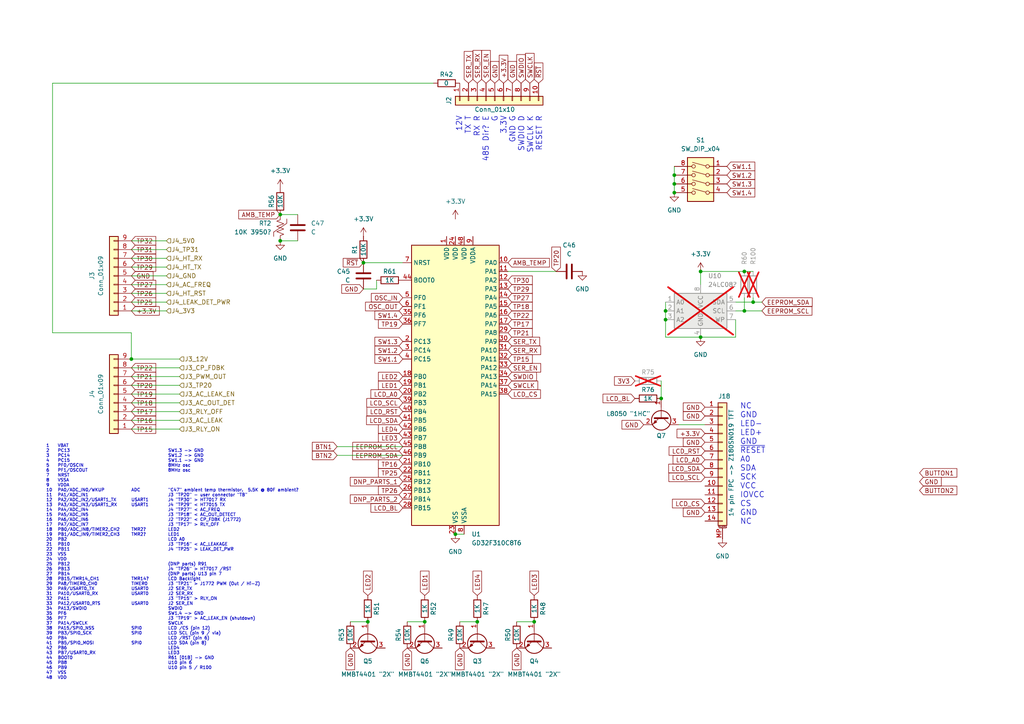
<source format=kicad_sch>
(kicad_sch (version 20250114) (generator "eeschema") (generator_version "9.0")
  (paper "A4")
  (lib_symbols
    (symbol "Connector_Generic:Conn_01x09" (pin_names (offset 1.016) (hide yes))
      (property "Reference" "J" (at 0 12.7 0))
      (property "Value" "Conn_01x09" (at 0 -12.7 0))
      (symbol "Conn_01x09_1_1"
        (rectangle (start -1.27 11.43) (end 1.27 -11.43) (stroke (width 0.254)) (fill (type background)))
        (rectangle (start -1.27 10.287) (end 0 10.033) (stroke (width 0.1524)))
        (rectangle (start -1.27 7.747) (end 0 7.493) (stroke (width 0.1524)))
        (rectangle (start -1.27 5.207) (end 0 4.953) (stroke (width 0.1524)))
        (rectangle (start -1.27 2.667) (end 0 2.413) (stroke (width 0.1524)))
        (rectangle (start -1.27 0.127) (end 0 -0.127) (stroke (width 0.1524)))
        (rectangle (start -1.27 -2.413) (end 0 -2.667) (stroke (width 0.1524)))
        (rectangle (start -1.27 -4.953) (end 0 -5.207) (stroke (width 0.1524)))
        (rectangle (start -1.27 -7.493) (end 0 -7.747) (stroke (width 0.1524)))
        (rectangle (start -1.27 -10.033) (end 0 -10.287) (stroke (width 0.1524)))
        (pin passive line (at -5.08 10.16 0) (length 3.81) (name "Pin_1") (number "1"))
        (pin passive line (at -5.08 7.62 0) (length 3.81) (name "Pin_2") (number "2"))
        (pin passive line (at -5.08 5.08 0) (length 3.81) (name "Pin_3") (number "3"))
        (pin passive line (at -5.08 2.54 0) (length 3.81) (name "Pin_4") (number "4"))
        (pin passive line (at -5.08 0 0) (length 3.81) (name "Pin_5") (number "5"))
        (pin passive line (at -5.08 -2.54 0) (length 3.81) (name "Pin_6") (number "6"))
        (pin passive line (at -5.08 -5.08 0) (length 3.81) (name "Pin_7") (number "7"))
        (pin passive line (at -5.08 -7.62 0) (length 3.81) (name "Pin_8") (number "8"))
        (pin passive line (at -5.08 -10.16 0) (length 3.81) (name "Pin_9") (number "9"))
      )
    )
    (symbol "Connector_Generic:Conn_01x10" (pin_names (offset 1.016) (hide yes))
      (property "Reference" "J" (at 0 12.7 0))
      (property "Value" "Conn_01x10" (at 0 -15.24 0))
      (symbol "Conn_01x10_1_1"
        (rectangle (start -1.27 11.43) (end 1.27 -13.97) (stroke (width 0.254)) (fill (type background)))
        (rectangle (start -1.27 10.287) (end 0 10.033) (stroke (width 0.1524)))
        (rectangle (start -1.27 7.747) (end 0 7.493) (stroke (width 0.1524)))
        (rectangle (start -1.27 5.207) (end 0 4.953) (stroke (width 0.1524)))
        (rectangle (start -1.27 2.667) (end 0 2.413) (stroke (width 0.1524)))
        (rectangle (start -1.27 0.127) (end 0 -0.127) (stroke (width 0.1524)))
        (rectangle (start -1.27 -2.413) (end 0 -2.667) (stroke (width 0.1524)))
        (rectangle (start -1.27 -4.953) (end 0 -5.207) (stroke (width 0.1524)))
        (rectangle (start -1.27 -7.493) (end 0 -7.747) (stroke (width 0.1524)))
        (rectangle (start -1.27 -10.033) (end 0 -10.287) (stroke (width 0.1524)))
        (rectangle (start -1.27 -12.573) (end 0 -12.827) (stroke (width 0.1524)))
        (pin passive line (at -5.08 10.16 0) (length 3.81) (name "Pin_1") (number "1"))
        (pin passive line (at -5.08 7.62 0) (length 3.81) (name "Pin_2") (number "2"))
        (pin passive line (at -5.08 5.08 0) (length 3.81) (name "Pin_3") (number "3"))
        (pin passive line (at -5.08 2.54 0) (length 3.81) (name "Pin_4") (number "4"))
        (pin passive line (at -5.08 0 0) (length 3.81) (name "Pin_5") (number "5"))
        (pin passive line (at -5.08 -2.54 0) (length 3.81) (name "Pin_6") (number "6"))
        (pin passive line (at -5.08 -5.08 0) (length 3.81) (name "Pin_7") (number "7"))
        (pin passive line (at -5.08 -7.62 0) (length 3.81) (name "Pin_8") (number "8"))
        (pin passive line (at -5.08 -10.16 0) (length 3.81) (name "Pin_9") (number "9"))
        (pin passive line (at -5.08 -12.7 0) (length 3.81) (name "Pin_10") (number "10"))
      )
    )
    (symbol "Connector_Generic_MountingPin:Conn_01x14_MountingPin" (pin_names (offset 1.016) (hide yes))
      (property "Reference" "J" (at 0 17.78 0))
      (property "Value" "Conn_01x14_MountingPin" (at 1.27 -20.32 0))
      (symbol "Conn_01x14_MountingPin_1_1"
        (rectangle (start -1.27 16.51) (end 1.27 -19.05) (stroke (width 0.254)) (fill (type background)))
        (rectangle (start -1.27 15.367) (end 0 15.113) (stroke (width 0.1524)))
        (rectangle (start -1.27 12.827) (end 0 12.573) (stroke (width 0.1524)))
        (rectangle (start -1.27 10.287) (end 0 10.033) (stroke (width 0.1524)))
        (rectangle (start -1.27 7.747) (end 0 7.493) (stroke (width 0.1524)))
        (rectangle (start -1.27 5.207) (end 0 4.953) (stroke (width 0.1524)))
        (rectangle (start -1.27 2.667) (end 0 2.413) (stroke (width 0.1524)))
        (rectangle (start -1.27 0.127) (end 0 -0.127) (stroke (width 0.1524)))
        (rectangle (start -1.27 -2.413) (end 0 -2.667) (stroke (width 0.1524)))
        (rectangle (start -1.27 -4.953) (end 0 -5.207) (stroke (width 0.1524)))
        (rectangle (start -1.27 -7.493) (end 0 -7.747) (stroke (width 0.1524)))
        (rectangle (start -1.27 -10.033) (end 0 -10.287) (stroke (width 0.1524)))
        (rectangle (start -1.27 -12.573) (end 0 -12.827) (stroke (width 0.1524)))
        (rectangle (start -1.27 -15.113) (end 0 -15.367) (stroke (width 0.1524)))
        (rectangle (start -1.27 -17.653) (end 0 -17.907) (stroke (width 0.1524)))
        (polyline (pts (xy -1.016 -19.812) (xy 1.016 -19.812)) (stroke (width 0.1524)))
        (text "Mounting" (at 0 -19.431 0) (effects (font (size 0.381 0.381))))
        (pin passive line (at -5.08 15.24 0) (length 3.81) (name "Pin_1") (number "1"))
        (pin passive line (at -5.08 12.7 0) (length 3.81) (name "Pin_2") (number "2"))
        (pin passive line (at -5.08 10.16 0) (length 3.81) (name "Pin_3") (number "3"))
        (pin passive line (at -5.08 7.62 0) (length 3.81) (name "Pin_4") (number "4"))
        (pin passive line (at -5.08 5.08 0) (length 3.81) (name "Pin_5") (number "5"))
        (pin passive line (at -5.08 2.54 0) (length 3.81) (name "Pin_6") (number "6"))
        (pin passive line (at -5.08 0 0) (length 3.81) (name "Pin_7") (number "7"))
        (pin passive line (at -5.08 -2.54 0) (length 3.81) (name "Pin_8") (number "8"))
        (pin passive line (at -5.08 -5.08 0) (length 3.81) (name "Pin_9") (number "9"))
        (pin passive line (at -5.08 -7.62 0) (length 3.81) (name "Pin_10") (number "10"))
        (pin passive line (at -5.08 -10.16 0) (length 3.81) (name "Pin_11") (number "11"))
        (pin passive line (at -5.08 -12.7 0) (length 3.81) (name "Pin_12") (number "12"))
        (pin passive line (at -5.08 -15.24 0) (length 3.81) (name "Pin_13") (number "13"))
        (pin passive line (at -5.08 -17.78 0) (length 3.81) (name "Pin_14") (number "14"))
        (pin passive line (at 0 -22.86 90) (length 3.048) (name "MountPin") (number "MP"))
      )
    )
    (symbol "Device:C" (pin_numbers (hide yes)) (pin_names (offset 0.254))
      (property "Reference" "C" (at 0.635 2.54 0))
      (property "Value" "C" (at 0.635 -2.54 0))
      (symbol "C_0_1"
        (polyline (pts (xy -2.032 0.762) (xy 2.032 0.762)) (stroke (width 0.508)))
        (polyline (pts (xy -2.032 -0.762) (xy 2.032 -0.762)) (stroke (width 0.508)))
      )
      (symbol "C_1_1"
        (pin passive line (at 0 3.81 270) (length 2.794) (name "~") (number "1"))
        (pin passive line (at 0 -3.81 90) (length 2.794) (name "~") (number "2"))
      )
    )
    (symbol "Device:R" (pin_numbers (hide yes)) (pin_names (offset 0))
      (property "Reference" "R" (at 2.032 0 90))
      (property "Value" "R" (at 0 0 90))
      (symbol "R_0_1"
        (rectangle (start -1.016 -2.54) (end 1.016 2.54) (stroke (width 0.254)))
      )
      (symbol "R_1_1"
        (pin passive line (at 0 3.81 270) (length 1.27) (name "~") (number "1"))
        (pin passive line (at 0 -3.81 90) (length 1.27) (name "~") (number "2"))
      )
    )
    (symbol "Device:Thermistor_US" (pin_numbers (hide yes)) (pin_names (offset 0))
      (property "Reference" "TH" (at 2.54 1.27 90))
      (property "Value" "Thermistor_US" (at -2.54 0 90))
      (symbol "Thermistor_US_0_1"
        (polyline (pts (xy -1.905 2.54) (xy -1.905 1.27) (xy 1.905 -1.27)))
        (polyline (pts (xy 0 2.286) (xy 0 2.54)))
        (polyline (pts (xy 0 2.286) (xy 1.016 1.905) (xy 0 1.524) (xy -1.016 1.143) (xy 0 0.762)))
        (polyline (pts (xy 0 0.762) (xy 1.016 0.381) (xy 0 0) (xy -1.016 -0.381) (xy 0 -0.762)))
        (polyline (pts (xy 0 -0.762) (xy 1.016 -1.143) (xy 0 -1.524) (xy -1.016 -1.905) (xy 0 -2.286)))
        (polyline (pts (xy 0 -2.286) (xy 0 -2.54)))
        (polyline (pts (xy 1.905 -1.27) (xy 1.905 -2.54)))
      )
      (symbol "Thermistor_US_1_1"
        (pin passive line (at 0 3.81 270) (length 1.27) (name "~") (number "1"))
        (pin passive line (at 0 -3.81 90) (length 1.27) (name "~") (number "2"))
      )
    )
    (symbol "MCU_ST_STM32F0:STM32F030C8Tx"
      (property "Reference" "U" (at -12.7 41.91 0))
      (property "Value" "STM32F030C8Tx" (at 7.62 41.91 0))
      (symbol "STM32F030C8Tx_0_1"
        (rectangle (start -12.7 -40.64) (end 12.7 40.64) (stroke (width 0.254)) (fill (type background)))
      )
      (symbol "STM32F030C8Tx_1_1"
        (pin input line (at -15.24 35.56 0) (length 2.54) (name "NRST") (number "7"))
        (pin input line (at -15.24 30.48 0) (length 2.54) (name "BOOT0") (number "44"))
        (pin bidirectional line (at -15.24 25.4 0) (length 2.54) (name "PF0") (number "5"))
        (pin bidirectional line (at -15.24 22.86 0) (length 2.54) (name "PF1") (number "6"))
        (pin bidirectional line (at -15.24 20.32 0) (length 2.54) (name "PF6") (number "35"))
        (pin bidirectional line (at -15.24 17.78 0) (length 2.54) (name "PF7") (number "36"))
        (pin bidirectional line (at -15.24 12.7 0) (length 2.54) (name "PC13") (number "2"))
        (pin bidirectional line (at -15.24 10.16 0) (length 2.54) (name "PC14") (number "3"))
        (pin bidirectional line (at -15.24 7.62 0) (length 2.54) (name "PC15") (number "4"))
        (pin bidirectional line (at -15.24 2.54 0) (length 2.54) (name "PB0") (number "18"))
        (pin bidirectional line (at -15.24 0 0) (length 2.54) (name "PB1") (number "19"))
        (pin bidirectional line (at -15.24 -2.54 0) (length 2.54) (name "PB2") (number "20"))
        (pin bidirectional line (at -15.24 -5.08 0) (length 2.54) (name "PB3") (number "39"))
        (pin bidirectional line (at -15.24 -7.62 0) (length 2.54) (name "PB4") (number "40"))
        (pin bidirectional line (at -15.24 -10.16 0) (length 2.54) (name "PB5") (number "41"))
        (pin bidirectional line (at -15.24 -12.7 0) (length 2.54) (name "PB6") (number "42"))
        (pin bidirectional line (at -15.24 -15.24 0) (length 2.54) (name "PB7") (number "43"))
        (pin bidirectional line (at -15.24 -17.78 0) (length 2.54) (name "PB8") (number "45"))
        (pin bidirectional line (at -15.24 -20.32 0) (length 2.54) (name "PB9") (number "46"))
        (pin bidirectional line (at -15.24 -22.86 0) (length 2.54) (name "PB10") (number "21"))
        (pin bidirectional line (at -15.24 -25.4 0) (length 2.54) (name "PB11") (number "22"))
        (pin bidirectional line (at -15.24 -27.94 0) (length 2.54) (name "PB12") (number "25"))
        (pin bidirectional line (at -15.24 -30.48 0) (length 2.54) (name "PB13") (number "26"))
        (pin bidirectional line (at -15.24 -33.02 0) (length 2.54) (name "PB14") (number "27"))
        (pin bidirectional line (at -15.24 -35.56 0) (length 2.54) (name "PB15") (number "28"))
        (pin power_in line (at -2.54 43.18 270) (length 2.54) (name "VDD") (number "1"))
        (pin power_in line (at 0 43.18 270) (length 2.54) (name "VDD") (number "24"))
        (pin power_in line (at 0 -43.18 90) (length 2.54) (name "VSS") (number "23"))
        (pin passive line (at 0 -43.18 90) (length 2.54) (hide yes) (name "VSS") (number "47"))
        (pin power_in line (at 2.54 43.18 270) (length 2.54) (name "VDD") (number "48"))
        (pin power_in line (at 2.54 -43.18 90) (length 2.54) (name "VSSA") (number "8"))
        (pin power_in line (at 5.08 43.18 270) (length 2.54) (name "VDDA") (number "9"))
        (pin bidirectional line (at 15.24 35.56 180) (length 2.54) (name "PA0") (number "10"))
        (pin bidirectional line (at 15.24 33.02 180) (length 2.54) (name "PA1") (number "11"))
        (pin bidirectional line (at 15.24 30.48 180) (length 2.54) (name "PA2") (number "12"))
        (pin bidirectional line (at 15.24 27.94 180) (length 2.54) (name "PA3") (number "13"))
        (pin bidirectional line (at 15.24 25.4 180) (length 2.54) (name "PA4") (number "14"))
        (pin bidirectional line (at 15.24 22.86 180) (length 2.54) (name "PA5") (number "15"))
        (pin bidirectional line (at 15.24 20.32 180) (length 2.54) (name "PA6") (number "16"))
        (pin bidirectional line (at 15.24 17.78 180) (length 2.54) (name "PA7") (number "17"))
        (pin bidirectional line (at 15.24 15.24 180) (length 2.54) (name "PA8") (number "29"))
        (pin bidirectional line (at 15.24 12.7 180) (length 2.54) (name "PA9") (number "30"))
        (pin bidirectional line (at 15.24 10.16 180) (length 2.54) (name "PA10") (number "31"))
        (pin bidirectional line (at 15.24 7.62 180) (length 2.54) (name "PA11") (number "32"))
        (pin bidirectional line (at 15.24 5.08 180) (length 2.54) (name "PA12") (number "33"))
        (pin bidirectional line (at 15.24 2.54 180) (length 2.54) (name "PA13") (number "34"))
        (pin bidirectional line (at 15.24 0 180) (length 2.54) (name "PA14") (number "37"))
        (pin bidirectional line (at 15.24 -2.54 180) (length 2.54) (name "PA15") (number "38"))
      )
    )
    (symbol "Memory_EEPROM:24LC08"
      (property "Reference" "U" (at -6.35 6.35 0))
      (property "Value" "24LC08" (at 1.27 6.35 0))
      (symbol "24LC08_1_1"
        (rectangle (start -7.62 5.08) (end 7.62 -5.08) (stroke (width 0.254)) (fill (type background)))
        (pin input line (at -10.16 2.54 0) (length 2.54) (name "A0") (number "1"))
        (pin input line (at -10.16 0 0) (length 2.54) (name "A1") (number "2"))
        (pin input line (at -10.16 -2.54 0) (length 2.54) (name "A2") (number "3"))
        (pin power_in line (at 0 7.62 270) (length 2.54) (name "VCC") (number "8"))
        (pin power_in line (at 0 -7.62 90) (length 2.54) (name "GND") (number "4"))
        (pin bidirectional line (at 10.16 2.54 180) (length 2.54) (name "SDA") (number "5"))
        (pin input line (at 10.16 0 180) (length 2.54) (name "SCL") (number "6"))
        (pin input line (at 10.16 -2.54 180) (length 2.54) (name "WP") (number "7"))
      )
    )
    (symbol "Switch:SW_DIP_x04" (pin_names (offset 0) (hide yes))
      (property "Reference" "SW" (at 0 8.89 0))
      (property "Value" "SW_DIP_x04" (at 0 -6.35 0))
      (symbol "SW_DIP_x04_0_0"
        (circle (center -2.032 5.08) (radius 0.508))
        (circle (center -2.032 2.54) (radius 0.508))
        (circle (center -2.032 0) (radius 0.508))
        (circle (center -2.032 -2.54) (radius 0.508))
        (polyline (pts (xy -1.524 5.207) (xy 2.3622 6.2484)))
        (polyline (pts (xy -1.524 2.667) (xy 2.3622 3.7084)))
        (polyline (pts (xy -1.524 0.127) (xy 2.3622 1.1684)))
        (polyline (pts (xy -1.524 -2.3876) (xy 2.3622 -1.3462)))
        (circle (center 2.032 5.08) (radius 0.508))
        (circle (center 2.032 2.54) (radius 0.508))
        (circle (center 2.032 0) (radius 0.508))
        (circle (center 2.032 -2.54) (radius 0.508))
      )
      (symbol "SW_DIP_x04_0_1"
        (rectangle (start -3.81 7.62) (end 3.81 -5.08) (stroke (width 0.254)) (fill (type background)))
      )
      (symbol "SW_DIP_x04_1_1"
        (pin passive line (at -7.62 5.08 0) (length 5.08) (name "~") (number "1"))
        (pin passive line (at -7.62 2.54 0) (length 5.08) (name "~") (number "2"))
        (pin passive line (at -7.62 0 0) (length 5.08) (name "~") (number "3"))
        (pin passive line (at -7.62 -2.54 0) (length 5.08) (name "~") (number "4"))
        (pin passive line (at 7.62 5.08 180) (length 5.08) (name "~") (number "8"))
        (pin passive line (at 7.62 2.54 180) (length 5.08) (name "~") (number "7"))
        (pin passive line (at 7.62 0 180) (length 5.08) (name "~") (number "6"))
        (pin passive line (at 7.62 -2.54 180) (length 5.08) (name "~") (number "5"))
      )
    )
    (symbol "Transistor_BJT:MMBT3904" (pin_names (offset 0) (hide yes))
      (property "Reference" "Q" (at 5.08 1.905 0))
      (property "Value" "MMBT3904" (at 5.08 0 0))
      (symbol "MMBT3904_0_1"
        (polyline (pts (xy -2.54 0) (xy 0.635 0)))
        (polyline (pts (xy 0.635 1.905) (xy 0.635 -1.905)) (stroke (width 0.508)))
        (circle (center 1.27 0) (radius 2.8194) (stroke (width 0.254)))
      )
      (symbol "MMBT3904_1_1"
        (polyline (pts (xy 0.635 0.635) (xy 2.54 2.54)))
        (polyline (pts (xy 0.635 -0.635) (xy 2.54 -2.54)))
        (polyline (pts (xy 1.27 -1.778) (xy 1.778 -1.27) (xy 2.286 -2.286) (xy 1.27 -1.778)) (fill (type outline)))
        (pin input line (at -5.08 0 0) (length 2.54) (name "B") (number "1"))
        (pin passive line (at 2.54 5.08 270) (length 2.54) (name "C") (number "3"))
        (pin passive line (at 2.54 -5.08 90) (length 2.54) (name "E") (number "2"))
      )
    )
    (symbol "Transistor_BJT:SS8050" (pin_names (offset 0) (hide yes))
      (property "Reference" "Q" (at 5.08 1.905 0))
      (property "Value" "SS8050" (at 5.08 0 0))
      (symbol "SS8050_0_1"
        (polyline (pts (xy -2.54 0) (xy 0.635 0)))
        (polyline (pts (xy 0.635 1.905) (xy 0.635 -1.905)) (stroke (width 0.508)))
        (circle (center 1.27 0) (radius 2.8194) (stroke (width 0.254)))
      )
      (symbol "SS8050_1_1"
        (polyline (pts (xy 0.635 0.635) (xy 2.54 2.54)))
        (polyline (pts (xy 0.635 -0.635) (xy 2.54 -2.54)))
        (polyline (pts (xy 1.27 -1.778) (xy 1.778 -1.27) (xy 2.286 -2.286) (xy 1.27 -1.778)) (fill (type outline)))
        (pin input line (at -5.08 0 0) (length 2.54) (name "B") (number "1"))
        (pin passive line (at 2.54 5.08 270) (length 2.54) (name "C") (number "3"))
        (pin passive line (at 2.54 -5.08 90) (length 2.54) (name "E") (number "2"))
      )
    )
    (symbol "power:+3.3V" (power) (pin_numbers (hide yes)) (pin_names (offset 0) (hide yes))
      (property "Value" "+3.3V" (at 0 3.556 0))
      (symbol "+3.3V_0_1"
        (polyline (pts (xy -0.762 1.27) (xy 0 2.54)))
        (polyline (pts (xy 0 2.54) (xy 0.762 1.27)))
        (polyline (pts (xy 0 0) (xy 0 2.54)))
      )
      (symbol "+3.3V_1_1"
        (pin power_in line (at 0 0 90) (length 0) (name "~") (number "1"))
      )
    )
    (symbol "power:GND" (power) (pin_numbers (hide yes)) (pin_names (offset 0) (hide yes))
      (property "Value" "GND" (at 0 -3.81 0))
      (symbol "GND_0_1"
        (polyline (pts (xy 0 0) (xy 0 -1.27) (xy 1.27 -1.27) (xy 0 -2.54) (xy -1.27 -1.27) (xy 0 -1.27)))
      )
      (symbol "GND_1_1"
        (pin power_in line (at 0 0 270) (length 0) (name "~") (number "1"))
      )
    )
  )
  (text "12V\nTX T\nRX R\n485 Dir? E\nG\n3.3V\nGND G\nSWDIO D\nSWCLK K\nRESET R" (at 144.78 33.655 90) (effects (font (size 1.6002 1.6002)) (justify right)))
  (text "1	VBAT\n2	PC13								SW1.3 -> GND\n3	PC14								SW1.2 -> GND\n4	PC15								SW1.1 -> GND\n5	PF0/OSCIN							8MHz osc\n6	PF1/OSCOUT							8MHz osc\n7	NRST\n8	VSSA\n9	VDDA\n10	PA0/ADC_IN0/WKUP		ADC			\"C47\" ambient temp thermistor.  5.5K @ 80F ambient?\n11	PA1/ADC_IN1							J3 \"TP20\" - user connector \"TB\"\n12	PA2/ADC_IN2/USART1_TX	USART1		J4 \"TP30\" > HT7017 RX\n13	PA3/ADC_IN3/USART1_RX	USART1		J4 \"TP29\" < HT7015 TX\n14	PA4/ADC_IN4							J4 \"TP27\" < AC_FREQ\n15	PA5/ADC_IN5							J3 \"TP18\" < AC_OUT_DETECT\n16	PA6/ADC_IN6							J2 \"TP22\" < CP_FDBK (J1772)\n17	PA7/ADC_IN7							J3 \"TP17\" > RLY_OFF\n18	PB0/ADC_IN8/TIMER2_CH2	TMR2?		LED2\n19	PB1/ADC_IN9/TIMER2_CH3	TMR2?		LED1\n20	PB2									LCD A0\n21	PB10								J3 \"TP16\" < AC_LEAKAGE\n22	PB11								J4 \"TP25\" > LEAK_DET_PWR\n23	VSS\n24	VDD\n25	PB12								(DNP parts) R91\n26	PB13								J4 \"TP26\" > HT7017 /RST\n27	PB14								(DNP parts) U13 pin 7\n28	PB15/TMR14_CH1			TMR14?		LCD Backlight\n29	PA8/TIMER0_CH0			TIMER0		J3 \"TP21\" > J1772 PWM (Out / Hi-Z)\n30	PA9/USART0_TX			USART0		J2 SER_TX\n31	PA10/USART0_RX			USART0		J2 SER_RX\n32	PA11								J3 \"TP15\" > RLY_ON\n33	PA12/USART0_RTS			USART0		J2 SER_EN\n34	PA13/SWDIO							SWDIO\n35	PF6									SW1.4 -> GND\n36	PF7									J3 \"TP19\" > AC_LEAK_EN (shutdown)\n37	PA14/SWCLK							SWCLK\n38	PA15/SPI0_NSS			SPI0		LCD /CS (pin 12)\n39	PB3/SPI0_SCK			SPI0		LCD SCL (pin 9 / via)\n40	PB4									LCD /RST (pin 6)\n41	PB5/SPI0_MOSI			SPI0		LCD SDA (pin 8)\n42	PB6									LED4\n43	PB7/USART0_RX						LED3\n44	BOOT0								R61 [01B] -> GND\n45	PB8									U10 pin 6\n46	PB9									U10 pin 5 / R100\n47	VSS\n48	VDD" (at 13.335 128.905 0) (effects (font (size 0.889 0.889)) (justify left top)))
  (text "NC\nGND\nLED-\nLED+\nGND\n~{RESET}\nA0\nSDA\nSCK\nVCC\nIOVCC\nCS\nGND\nNC" (at 214.63 134.62 0) (effects (font (size 1.6002 1.6002)) (justify left)))
  (junction (at 218.44 87.63))
  (junction (at 81.28 62.23))
  (junction (at 106.68 180.34))
  (junction (at 195.58 50.8))
  (junction (at 195.58 53.34))
  (junction (at 193.04 90.17))
  (junction (at 191.77 115.57))
  (junction (at 38.1 104.14))
  (junction (at 203.2 97.79))
  (junction (at 215.9 90.17))
  (junction (at 193.04 92.71))
  (junction (at 105.41 76.2))
  (junction (at 195.58 55.88))
  (junction (at 203.2 78.74))
  (junction (at 138.43 180.34))
  (junction (at 81.28 69.85))
  (junction (at 154.94 180.34))
  (junction (at 132.08 154.94))
  (junction (at 123.19 180.34))
  (junction (at 215.9 78.74))
  (wire (pts (xy 38.1 96.52) (xy 38.1 104.14)))
  (wire (pts (xy 38.1 77.47) (xy 48.26 77.47)))
  (wire (pts (xy 218.44 86.36) (xy 218.44 87.63)))
  (wire (pts (xy 38.1 74.93) (xy 48.26 74.93)))
  (wire (pts (xy 38.1 85.09) (xy 48.26 85.09)))
  (wire (pts (xy 203.2 78.74) (xy 203.2 82.55)))
  (wire (pts (xy 109.22 83.82) (xy 105.41 83.82)))
  (wire (pts (xy 215.9 86.36) (xy 215.9 90.17)))
  (wire (pts (xy 195.58 48.26) (xy 195.58 50.8)))
  (wire (pts (xy 123.19 180.34) (xy 118.11 180.34)))
  (wire (pts (xy 195.58 50.8) (xy 195.58 53.34)))
  (wire (pts (xy 218.44 78.74) (xy 215.9 78.74)))
  (wire (pts (xy 81.28 69.85) (xy 86.36 69.85)))
  (wire (pts (xy 81.28 62.23) (xy 86.36 62.23)))
  (wire (pts (xy 218.44 87.63) (xy 220.98 87.63)))
  (wire (pts (xy 154.94 180.34) (xy 149.86 180.34)))
  (wire (pts (xy 38.1 116.84) (xy 52.07 116.84)))
  (wire (pts (xy 213.36 90.17) (xy 215.9 90.17)))
  (wire (pts (xy 193.04 90.17) (xy 193.04 92.71)))
  (wire (pts (xy 193.04 92.71) (xy 193.04 97.79)))
  (wire (pts (xy 138.43 180.34) (xy 133.35 180.34)))
  (wire (pts (xy 203.2 97.79) (xy 213.36 97.79)))
  (wire (pts (xy 106.68 180.34) (xy 101.6 180.34)))
  (wire (pts (xy 105.41 76.2) (xy 116.84 76.2)))
  (wire (pts (xy 193.04 87.63) (xy 193.04 90.17)))
  (wire (pts (xy 196.85 123.19) (xy 204.47 123.19)))
  (wire (pts (xy 191.77 110.49) (xy 191.77 115.57)))
  (wire (pts (xy 97.79 129.54) (xy 116.84 129.54)))
  (wire (pts (xy 213.36 87.63) (xy 218.44 87.63)))
  (wire (pts (xy 38.1 109.22) (xy 52.07 109.22)))
  (wire (pts (xy 38.1 104.14) (xy 52.07 104.14)))
  (wire (pts (xy 215.9 90.17) (xy 220.98 90.17)))
  (wire (pts (xy 38.1 119.38) (xy 52.07 119.38)))
  (wire (pts (xy 38.1 121.92) (xy 52.07 121.92)))
  (wire (pts (xy 38.1 69.85) (xy 48.26 69.85)))
  (wire (pts (xy 38.1 87.63) (xy 48.26 87.63)))
  (wire (pts (xy 193.04 97.79) (xy 203.2 97.79)))
  (wire (pts (xy 38.1 114.3) (xy 52.07 114.3)))
  (wire (pts (xy 15.24 96.52) (xy 15.24 24.13)))
  (wire (pts (xy 147.32 78.74) (xy 161.29 78.74)))
  (wire (pts (xy 213.36 97.79) (xy 213.36 92.71)))
  (wire (pts (xy 15.24 96.52) (xy 38.1 96.52)))
  (wire (pts (xy 132.08 154.94) (xy 134.62 154.94)))
  (wire (pts (xy 38.1 124.46) (xy 52.07 124.46)))
  (wire (pts (xy 38.1 82.55) (xy 48.26 82.55)))
  (wire (pts (xy 38.1 90.17) (xy 48.26 90.17)))
  (wire (pts (xy 215.9 78.74) (xy 203.2 78.74)))
  (wire (pts (xy 15.24 24.13) (xy 125.73 24.13)))
  (wire (pts (xy 97.79 132.08) (xy 116.84 132.08)))
  (wire (pts (xy 38.1 80.01) (xy 48.26 80.01)))
  (wire (pts (xy 38.1 111.76) (xy 52.07 111.76)))
  (wire (pts (xy 38.1 106.68) (xy 52.07 106.68)))
  (wire (pts (xy 195.58 53.34) (xy 195.58 55.88)))
  (wire (pts (xy 38.1 72.39) (xy 48.26 72.39)))
  (wire (pts (xy 109.22 81.28) (xy 109.22 83.82)))
  (global_label "TP27" (shape input) (at 38.1 82.55 0) (property "Intersheetrefs" "${INTERSHEET_REFS}" (effects (hide yes))))
  (global_label "+3.3V" (shape input) (at 146.05 24.13 90) (property "Intersheetrefs" "${INTERSHEET_REFS}" (effects (hide yes))))
  (global_label "LCD_RST" (shape input) (at 116.84 119.38 180) (property "Intersheetrefs" "${INTERSHEET_REFS}" (effects (hide yes))))
  (global_label "GND" (shape input) (at 118.11 187.96 270) (property "Intersheetrefs" "${INTERSHEET_REFS}" (effects (hide yes))))
  (global_label "LED1" (shape input) (at 123.19 172.72 90) (property "Intersheetrefs" "${INTERSHEET_REFS}" (effects (hide yes))))
  (global_label "LED2" (shape input) (at 106.68 172.72 90) (property "Intersheetrefs" "${INTERSHEET_REFS}" (effects (hide yes))))
  (global_label "GND" (shape input) (at 204.47 128.27 180) (property "Intersheetrefs" "${INTERSHEET_REFS}" (effects (hide yes))))
  (global_label "TP15" (shape input) (at 38.1 124.46 0) (property "Intersheetrefs" "${INTERSHEET_REFS}" (effects (hide yes))))
  (global_label "TP20" (shape input) (at 161.29 78.74 90) (property "Intersheetrefs" "${INTERSHEET_REFS}" (effects (hide yes))))
  (global_label "LCD_RST" (shape input) (at 204.47 130.81 180) (property "Intersheetrefs" "${INTERSHEET_REFS}" (effects (hide yes))))
  (global_label "GND" (shape input) (at 133.35 187.96 270) (property "Intersheetrefs" "${INTERSHEET_REFS}" (effects (hide yes))))
  (global_label "LCD_SCL" (shape input) (at 204.47 138.43 180) (property "Intersheetrefs" "${INTERSHEET_REFS}" (effects (hide yes))))
  (global_label "TP21" (shape input) (at 38.1 109.22 0) (property "Intersheetrefs" "${INTERSHEET_REFS}" (effects (hide yes))))
  (global_label "LCD_BL" (shape input) (at 184.15 115.57 180) (property "Intersheetrefs" "${INTERSHEET_REFS}" (effects (hide yes))))
  (global_label "LCD_A0" (shape input) (at 116.84 114.3 180) (property "Intersheetrefs" "${INTERSHEET_REFS}" (effects (hide yes))))
  (global_label "GND" (shape input) (at 38.1 80.01 0) (property "Intersheetrefs" "${INTERSHEET_REFS}" (effects (hide yes))))
  (global_label "GND" (shape input) (at 204.47 120.65 180) (property "Intersheetrefs" "${INTERSHEET_REFS}" (effects (hide yes))))
  (global_label "AMB_TEMP" (shape input) (at 147.32 76.2 0) (property "Intersheetrefs" "${INTERSHEET_REFS}" (effects (hide yes))))
  (global_label "+3.3V" (shape input) (at 204.47 125.73 180) (property "Intersheetrefs" "${INTERSHEET_REFS}" (effects (hide yes))))
  (global_label "EEPROM_SCL" (shape input) (at 220.98 90.17 0) (property "Intersheetrefs" "${INTERSHEET_REFS}" (effects (hide yes))))
  (global_label "GND" (shape input) (at 204.47 148.59 180) (property "Intersheetrefs" "${INTERSHEET_REFS}" (effects (hide yes))))
  (global_label "TP29" (shape input) (at 38.1 77.47 0) (property "Intersheetrefs" "${INTERSHEET_REFS}" (effects (hide yes))))
  (global_label "TP22" (shape input) (at 147.32 91.44 0) (property "Intersheetrefs" "${INTERSHEET_REFS}" (effects (hide yes))))
  (global_label "SER_EN" (shape input) (at 147.32 106.68 0) (property "Intersheetrefs" "${INTERSHEET_REFS}" (effects (hide yes))))
  (global_label "TP26" (shape input) (at 116.84 142.24 180) (property "Intersheetrefs" "${INTERSHEET_REFS}" (effects (hide yes))))
  (global_label "SER_RX" (shape input) (at 138.43 24.13 90) (property "Intersheetrefs" "${INTERSHEET_REFS}" (effects (hide yes))))
  (global_label "TP25" (shape input) (at 116.84 137.16 180) (property "Intersheetrefs" "${INTERSHEET_REFS}" (effects (hide yes))))
  (global_label "TP15" (shape input) (at 147.32 104.14 0) (property "Intersheetrefs" "${INTERSHEET_REFS}" (effects (hide yes))))
  (global_label "DNP_PARTS_2" (shape input) (at 116.84 144.78 180) (property "Intersheetrefs" "${INTERSHEET_REFS}" (effects (hide yes))))
  (global_label "BTN2" (shape input) (at 97.79 132.08 180) (property "Intersheetrefs" "${INTERSHEET_REFS}" (effects (hide yes))))
  (global_label "SER_TX" (shape input) (at 147.32 99.06 0) (property "Intersheetrefs" "${INTERSHEET_REFS}" (effects (hide yes))))
  (global_label "GND" (shape input) (at 101.6 187.96 270) (property "Intersheetrefs" "${INTERSHEET_REFS}" (effects (hide yes))))
  (global_label "BTN1" (shape input) (at 97.79 129.54 180) (property "Intersheetrefs" "${INTERSHEET_REFS}" (effects (hide yes))))
  (global_label "TP31" (shape input) (at 38.1 72.39 0) (property "Intersheetrefs" "${INTERSHEET_REFS}" (effects (hide yes))))
  (global_label "LCD_BL" (shape input) (at 116.84 147.32 180) (property "Intersheetrefs" "${INTERSHEET_REFS}" (effects (hide yes))))
  (global_label "BUTTON1" (shape input) (at 266.7 137.16 0) (property "Intersheetrefs" "${INTERSHEET_REFS}" (effects (hide yes))))
  (global_label "TP26" (shape input) (at 38.1 85.09 0) (property "Intersheetrefs" "${INTERSHEET_REFS}" (effects (hide yes))))
  (global_label "SW1.2" (shape input) (at 210.82 50.8 0) (property "Intersheetrefs" "${INTERSHEET_REFS}" (effects (hide yes))))
  (global_label "GND" (shape input) (at 149.86 187.96 270) (property "Intersheetrefs" "${INTERSHEET_REFS}" (effects (hide yes))))
  (global_label "LED3" (shape input) (at 154.94 172.72 90) (property "Intersheetrefs" "${INTERSHEET_REFS}" (effects (hide yes))))
  (global_label "TP16" (shape input) (at 38.1 121.92 0) (property "Intersheetrefs" "${INTERSHEET_REFS}" (effects (hide yes))))
  (global_label "SWDIO" (shape input) (at 151.13 24.13 90) (property "Intersheetrefs" "${INTERSHEET_REFS}" (effects (hide yes))))
  (global_label "LCD_SDA" (shape input) (at 204.47 135.89 180) (property "Intersheetrefs" "${INTERSHEET_REFS}" (effects (hide yes))))
  (global_label "LCD_SCL" (shape input) (at 116.84 116.84 180) (property "Intersheetrefs" "${INTERSHEET_REFS}" (effects (hide yes))))
  (global_label "GND" (shape input) (at 143.51 24.13 90) (property "Intersheetrefs" "${INTERSHEET_REFS}" (effects (hide yes))))
  (global_label "SWCLK" (shape input) (at 153.67 24.13 90) (property "Intersheetrefs" "${INTERSHEET_REFS}" (effects (hide yes))))
  (global_label "TP29" (shape input) (at 147.32 83.82 0) (property "Intersheetrefs" "${INTERSHEET_REFS}" (effects (hide yes))))
  (global_label "GND" (shape input) (at 204.47 118.11 180) (property "Intersheetrefs" "${INTERSHEET_REFS}" (effects (hide yes))))
  (global_label "TP27" (shape input) (at 147.32 86.36 0) (property "Intersheetrefs" "${INTERSHEET_REFS}" (effects (hide yes))))
  (global_label "~{RST}" (shape input) (at 156.21 24.13 90) (property "Intersheetrefs" "${INTERSHEET_REFS}" (effects (hide yes))))
  (global_label "BUTTON2" (shape input) (at 266.7 142.24 0) (property "Intersheetrefs" "${INTERSHEET_REFS}" (effects (hide yes))))
  (global_label "SWDIO" (shape input) (at 147.32 109.22 0) (property "Intersheetrefs" "${INTERSHEET_REFS}" (effects (hide yes))))
  (global_label "SW1.1" (shape input) (at 210.82 48.26 0) (property "Intersheetrefs" "${INTERSHEET_REFS}" (effects (hide yes))))
  (global_label "TP18" (shape input) (at 147.32 88.9 0) (property "Intersheetrefs" "${INTERSHEET_REFS}" (effects (hide yes))))
  (global_label "TP22" (shape input) (at 38.1 106.68 0) (property "Intersheetrefs" "${INTERSHEET_REFS}" (effects (hide yes))))
  (global_label "SWCLK" (shape input) (at 147.32 111.76 0) (property "Intersheetrefs" "${INTERSHEET_REFS}" (effects (hide yes))))
  (global_label "LED3" (shape input) (at 116.84 127 180) (property "Intersheetrefs" "${INTERSHEET_REFS}" (effects (hide yes))))
  (global_label "AMB_TEMP" (shape input) (at 81.28 62.23 180) (property "Intersheetrefs" "${INTERSHEET_REFS}" (effects (hide yes))))
  (global_label "SW1.4" (shape input) (at 210.82 55.88 0) (property "Intersheetrefs" "${INTERSHEET_REFS}" (effects (hide yes))))
  (global_label "SW1.2" (shape input) (at 116.84 101.6 180) (property "Intersheetrefs" "${INTERSHEET_REFS}" (effects (hide yes))))
  (global_label "LED4" (shape input) (at 138.43 172.72 90) (property "Intersheetrefs" "${INTERSHEET_REFS}" (effects (hide yes))))
  (global_label "GND" (shape input) (at 266.7 139.7 0) (property "Intersheetrefs" "${INTERSHEET_REFS}" (effects (hide yes))))
  (global_label "3V3" (shape input) (at 184.15 110.49 180) (property "Intersheetrefs" "${INTERSHEET_REFS}" (effects (hide yes))))
  (global_label "SER_TX" (shape input) (at 135.89 24.13 90) (property "Intersheetrefs" "${INTERSHEET_REFS}" (effects (hide yes))))
  (global_label "TP32" (shape input) (at 38.1 69.85 0) (property "Intersheetrefs" "${INTERSHEET_REFS}" (effects (hide yes))))
  (global_label "EEPROM_SCL" (shape input) (at 116.84 129.54 180) (property "Intersheetrefs" "${INTERSHEET_REFS}" (effects (hide yes))))
  (global_label "EEPROM_SDA" (shape input) (at 220.98 87.63 0) (property "Intersheetrefs" "${INTERSHEET_REFS}" (effects (hide yes))))
  (global_label "OSC_IN" (shape input) (at 116.84 86.36 180) (property "Intersheetrefs" "${INTERSHEET_REFS}" (effects (hide yes))))
  (global_label "OSC_OUT" (shape input) (at 116.84 88.9 180) (property "Intersheetrefs" "${INTERSHEET_REFS}" (effects (hide yes))))
  (global_label "TP30" (shape input) (at 147.32 81.28 0) (property "Intersheetrefs" "${INTERSHEET_REFS}" (effects (hide yes))))
  (global_label "DNP_PARTS_1" (shape input) (at 116.84 139.7 180) (property "Intersheetrefs" "${INTERSHEET_REFS}" (effects (hide yes))))
  (global_label "LCD_CS" (shape input) (at 147.32 114.3 0) (property "Intersheetrefs" "${INTERSHEET_REFS}" (effects (hide yes))))
  (global_label "SW1.1" (shape input) (at 116.84 104.14 180) (property "Intersheetrefs" "${INTERSHEET_REFS}" (effects (hide yes))))
  (global_label "~{RST}" (shape input) (at 105.41 76.2 180) (property "Intersheetrefs" "${INTERSHEET_REFS}" (effects (hide yes))))
  (global_label "SW1.4" (shape input) (at 116.84 91.44 180) (property "Intersheetrefs" "${INTERSHEET_REFS}" (effects (hide yes))))
  (global_label "TP19" (shape input) (at 116.84 93.98 180) (property "Intersheetrefs" "${INTERSHEET_REFS}" (effects (hide yes))))
  (global_label "TP30" (shape input) (at 38.1 74.93 0) (property "Intersheetrefs" "${INTERSHEET_REFS}" (effects (hide yes))))
  (global_label "LED1" (shape input) (at 116.84 111.76 180) (property "Intersheetrefs" "${INTERSHEET_REFS}" (effects (hide yes))))
  (global_label "LED2" (shape input) (at 116.84 109.22 180) (property "Intersheetrefs" "${INTERSHEET_REFS}" (effects (hide yes))))
  (global_label "TP17" (shape input) (at 38.1 119.38 0) (property "Intersheetrefs" "${INTERSHEET_REFS}" (effects (hide yes))))
  (global_label "TP19" (shape input) (at 38.1 114.3 0) (property "Intersheetrefs" "${INTERSHEET_REFS}" (effects (hide yes))))
  (global_label "GND" (shape input) (at 105.41 83.82 180) (property "Intersheetrefs" "${INTERSHEET_REFS}" (effects (hide yes))))
  (global_label "GND" (shape input) (at 148.59 24.13 90) (property "Intersheetrefs" "${INTERSHEET_REFS}" (effects (hide yes))))
  (global_label "TP25" (shape input) (at 38.1 87.63 0) (property "Intersheetrefs" "${INTERSHEET_REFS}" (effects (hide yes))))
  (global_label "LED4" (shape input) (at 116.84 124.46 180) (property "Intersheetrefs" "${INTERSHEET_REFS}" (effects (hide yes))))
  (global_label "+3.3V" (shape input) (at 38.1 90.17 0) (property "Intersheetrefs" "${INTERSHEET_REFS}" (effects (hide yes))))
  (global_label "TP17" (shape input) (at 147.32 93.98 0) (property "Intersheetrefs" "${INTERSHEET_REFS}" (effects (hide yes))))
  (global_label "SW1.3" (shape input) (at 116.84 99.06 180) (property "Intersheetrefs" "${INTERSHEET_REFS}" (effects (hide yes))))
  (global_label "EEPROM_SDA" (shape input) (at 116.84 132.08 180) (property "Intersheetrefs" "${INTERSHEET_REFS}" (effects (hide yes))))
  (global_label "LCD_CS" (shape input) (at 204.47 146.05 180) (property "Intersheetrefs" "${INTERSHEET_REFS}" (effects (hide yes))))
  (global_label "TP16" (shape input) (at 116.84 134.62 180) (property "Intersheetrefs" "${INTERSHEET_REFS}" (effects (hide yes))))
  (global_label "TP21" (shape input) (at 147.32 96.52 0) (property "Intersheetrefs" "${INTERSHEET_REFS}" (effects (hide yes))))
  (global_label "GND" (shape input) (at 186.69 123.19 180) (property "Intersheetrefs" "${INTERSHEET_REFS}" (effects (hide yes))))
  (global_label "LCD_A0" (shape input) (at 204.47 133.35 180) (property "Intersheetrefs" "${INTERSHEET_REFS}" (effects (hide yes))))
  (global_label "TP20" (shape input) (at 38.1 111.76 0) (property "Intersheetrefs" "${INTERSHEET_REFS}" (effects (hide yes))))
  (global_label "LCD_SDA" (shape input) (at 116.84 121.92 180) (property "Intersheetrefs" "${INTERSHEET_REFS}" (effects (hide yes))))
  (global_label "TP18" (shape input) (at 38.1 116.84 0) (property "Intersheetrefs" "${INTERSHEET_REFS}" (effects (hide yes))))
  (global_label "SER_EN" (shape input) (at 140.97 24.13 90) (property "Intersheetrefs" "${INTERSHEET_REFS}" (effects (hide yes))))
  (global_label "SER_RX" (shape input) (at 147.32 101.6 0) (property "Intersheetrefs" "${INTERSHEET_REFS}" (effects (hide yes))))
  (global_label "SW1.3" (shape input) (at 210.82 53.34 0) (property "Intersheetrefs" "${INTERSHEET_REFS}" (effects (hide yes))))
  (hierarchical_label "J4_AC_FREQ" (shape input) (at 48.26 82.55 0))
  (hierarchical_label "J3_AC_LEAK_EN" (shape input) (at 52.07 114.3 0))
  (hierarchical_label "J3_AC_LEAK" (shape input) (at 52.07 121.92 0))
  (hierarchical_label "J4_LEAK_DET_PWR" (shape input) (at 48.26 87.63 0))
  (hierarchical_label "J4_TP31" (shape input) (at 48.26 72.39 0))
  (hierarchical_label "J4_HT_RX" (shape input) (at 48.26 74.93 0))
  (hierarchical_label "J3_12V" (shape input) (at 52.07 104.14 0))
  (hierarchical_label "J4_HT_TX" (shape input) (at 48.26 77.47 0))
  (hierarchical_label "J4_GND" (shape input) (at 48.26 80.01 0))
  (hierarchical_label "J3_TP20" (shape input) (at 52.07 111.76 0))
  (hierarchical_label "J4_HT_RST" (shape input) (at 48.26 85.09 0))
  (hierarchical_label "J3_CP_FDBK" (shape input) (at 52.07 106.68 0))
  (hierarchical_label "J3_AC_OUT_DET" (shape input) (at 52.07 116.84 0))
  (hierarchical_label "J4_3V3" (shape input) (at 48.26 90.17 0))
  (hierarchical_label "J3_RLY_OFF" (shape input) (at 52.07 119.38 0))
  (hierarchical_label "J4_5V0" (shape input) (at 48.26 69.85 0))
  (hierarchical_label "J3_RLY_ON" (shape input) (at 52.07 124.46 0))
  (hierarchical_label "J3_PWM_OUT" (shape input) (at 52.07 109.22 0))
  (symbol (lib_id "Transistor_BJT:SS8050") (at 191.77 120.65 270) (unit 1)
    (property "Reference" "Q7" (at 191.77 126.365 90))
    (property "Value" "L8050 \"1HC\"" (at 182.245 120.015 90))
    (property "Footprint" "Package_TO_SOT_SMD:SOT-23" (effects (hide yes)))
    (property "Datasheet" "http://www.secosgmbh.com/datasheet/products/SSMPTransistor/SOT-23/SS8050.pdf" (effects (hide yes)))
    (property "Description" "General Purpose NPN Transistor, 1.5A Ic, 25V Vce, SOT-23" (effects (hide yes)))
  )
  (symbol (lib_id "Device:C") (at 165.1 78.74 90) (unit 1)
    (property "Reference" "C46" (at 165.1 71.12 90))
    (property "Value" "C" (at 165.1 73.66 90))
    (property "Description" "Unpolarized capacitor" (effects (hide yes)))
  )
  (symbol (lib_id "Device:R") (at 187.96 110.49 90) (unit 1) (dnp yes)
    (property "Reference" "R75" (at 187.96 107.95 90))
    (property "Value" "?K" (at 187.96 110.49 90))
    (property "Description" "Resistor" (effects (hide yes)))
  )
  (symbol (lib_id "Connector_Generic_MountingPin:Conn_01x14_MountingPin") (at 209.55 133.35 0) (unit 1)
    (property "Reference" "J18" (at 208.28 114.935 0) (effects (justify left)))
    (property "Value" "14 pin FPC -> Z180SN019 TFT" (at 212.09 149.86 90) (effects (justify left)))
    (property "Description" "Generic connectable mounting pin connector, single row, 01x14, script generated (kicad-library-utils/schlib/autogen/connector/)" (effects (hide yes)))
  )
  (symbol (lib_id "Device:R") (at 118.11 184.15 0) (mirror y) (unit 1)
    (property "Reference" "R54" (at 115.57 184.15 90))
    (property "Value" "10K" (at 118.11 184.15 90))
    (property "Description" "Resistor" (effects (hide yes)))
  )
  (symbol (lib_id "Device:R") (at 101.6 184.15 0) (mirror y) (unit 1)
    (property "Reference" "R53" (at 99.06 184.15 90))
    (property "Value" "10K" (at 101.6 184.15 90))
    (property "Description" "Resistor" (effects (hide yes)))
  )
  (symbol (lib_id "Connector_Generic:Conn_01x09") (at 33.02 114.3 180) (unit 1)
    (property "Reference" "J4" (at 26.67 114.3 90))
    (property "Value" "Conn_01x09" (at 29.21 114.3 90))
    (property "Description" "Generic connector, single row, 01x09, script generated (kicad-library-utils/schlib/autogen/connector/)" (effects (hide yes)))
  )
  (symbol (lib_id "power:+3.3V") (at 203.2 78.74 0) (unit 1)
    (property "Reference" "#PWR02" (effects (hide yes)))
    (property "Value" "+3.3V" (at 203.2 73.66 0))
    (property "Description" "Power symbol creates a global label with name \"+3.3V\"" (effects (hide yes)))
  )
  (symbol (lib_id "MCU_ST_STM32F0:STM32F030C8Tx") (at 132.08 111.76 0) (unit 1)
    (property "Reference" "U1" (at 136.7633 154.94 0) (effects (justify left)))
    (property "Value" "GD32F310C8T6" (at 136.7633 157.48 0) (effects (justify left)))
    (property "Footprint" "Package_QFP:LQFP-48_7x7mm_P0.5mm" (effects (hide yes)))
    (property "Description" "Gigadevice Arm Cortex-M0 MCU, 64KB flash, 8KB RAM, 48 MHz, 2.4-3.6V, 39 GPIO, LQFP48" (effects (hide yes)))
  )
  (symbol (lib_id "power:GND") (at 168.91 78.74 0) (unit 1)
    (property "Reference" "#PWR010" (effects (hide yes)))
    (property "Value" "GND" (at 168.91 83.82 0))
    (property "Description" "Power symbol creates a global label with name \"GND\" , ground" (effects (hide yes)))
  )
  (symbol (lib_id "Device:Thermistor_US") (at 81.28 66.04 0) (mirror y) (unit 1)
    (property "Reference" "RT2" (at 78.74 64.7699 0) (effects (justify left)))
    (property "Value" "10K 3950?" (at 78.74 67.3099 0) (effects (justify left)))
    (property "Description" "Thermistor, temperature dependent resistor, US symbol" (effects (hide yes)))
  )
  (symbol (lib_id "Connector_Generic:Conn_01x10") (at 143.51 29.21 90) (mirror x) (unit 1)
    (property "Reference" "J2" (at 130.175 29.21 0))
    (property "Value" "Conn_01x10" (at 143.51 31.75 90))
    (property "Description" "Generic connector, single row, 01x10, script generated (kicad-library-utils/schlib/autogen/connector/)" (effects (hide yes)))
  )
  (symbol (lib_id "Device:C") (at 86.36 66.04 0) (unit 1)
    (property "Reference" "C47" (at 90.17 64.7699 0) (effects (justify left)))
    (property "Value" "C" (at 90.17 67.3099 0) (effects (justify left)))
    (property "Description" "Unpolarized capacitor" (effects (hide yes)))
  )
  (symbol (lib_id "power:+3.3V") (at 105.41 68.58 0) (unit 1)
    (property "Reference" "#PWR09" (effects (hide yes)))
    (property "Value" "+3.3V" (at 105.41 63.5 0))
    (property "Description" "Power symbol creates a global label with name \"+3.3V\"" (effects (hide yes)))
  )
  (symbol (lib_id "Transistor_BJT:MMBT3904") (at 138.43 185.42 270) (unit 1)
    (property "Reference" "Q3" (at 138.43 191.77 90))
    (property "Value" "MMBT4401 \"2X\"" (at 138.43 195.58 90))
    (property "Footprint" "Package_TO_SOT_SMD:SOT-23" (effects (hide yes)))
    (property "Datasheet" "https://www.onsemi.com/pdf/datasheet/pzt3904-d.pdf" (effects (hide yes)))
    (property "Description" "0.2A Ic, 40V Vce, Small Signal NPN Transistor, SOT-23" (effects (hide yes)))
  )
  (symbol (lib_id "Transistor_BJT:MMBT3904") (at 106.68 185.42 270) (unit 1)
    (property "Reference" "Q5" (at 106.68 191.77 90))
    (property "Value" "MMBT4401 \"2X\"" (at 106.68 195.58 90))
    (property "Footprint" "Package_TO_SOT_SMD:SOT-23" (effects (hide yes)))
    (property "Datasheet" "https://www.onsemi.com/pdf/datasheet/pzt3904-d.pdf" (effects (hide yes)))
    (property "Description" "0.2A Ic, 40V Vce, Small Signal NPN Transistor, SOT-23" (effects (hide yes)))
  )
  (symbol (lib_id "Connector_Generic:Conn_01x09") (at 33.02 80.01 180) (unit 1)
    (property "Reference" "J3" (at 26.67 80.01 90))
    (property "Value" "Conn_01x09" (at 29.21 80.01 90))
    (property "Description" "Generic connector, single row, 01x09, script generated (kicad-library-utils/schlib/autogen/connector/)" (effects (hide yes)))
  )
  (symbol (lib_id "power:GND") (at 209.55 156.21 0) (unit 1)
    (property "Reference" "#PWR05" (effects (hide yes)))
    (property "Value" "GND" (at 209.55 161.29 0))
    (property "Description" "Power symbol creates a global label with name \"GND\" , ground" (effects (hide yes)))
  )
  (symbol (lib_id "Device:C") (at 105.41 80.01 0) (mirror y) (unit 1)
    (property "Reference" "C45" (at 101.6 78.7399 0) (effects (justify left)))
    (property "Value" "C" (at 101.6 81.2799 0) (effects (justify left)))
    (property "Description" "Unpolarized capacitor" (effects (hide yes)))
  )
  (symbol (lib_id "Transistor_BJT:MMBT3904") (at 154.94 185.42 270) (unit 1)
    (property "Reference" "Q4" (at 154.94 191.77 90))
    (property "Value" "MMBT4401 \"2X\"" (at 154.94 195.58 90))
    (property "Footprint" "Package_TO_SOT_SMD:SOT-23" (effects (hide yes)))
    (property "Datasheet" "https://www.onsemi.com/pdf/datasheet/pzt3904-d.pdf" (effects (hide yes)))
    (property "Description" "0.2A Ic, 40V Vce, Small Signal NPN Transistor, SOT-23" (effects (hide yes)))
  )
  (symbol (lib_id "Device:R") (at 149.86 184.15 0) (mirror y) (unit 1)
    (property "Reference" "R50" (at 147.32 184.15 90))
    (property "Value" "10K" (at 149.86 184.15 90))
    (property "Description" "Resistor" (effects (hide yes)))
  )
  (symbol (lib_id "Device:R") (at 123.19 176.53 0) (unit 1)
    (property "Reference" "R52" (at 125.73 176.53 90))
    (property "Value" "1K" (at 123.19 176.53 90))
    (property "Description" "Resistor" (effects (hide yes)))
  )
  (symbol (lib_id "Device:R") (at 138.43 176.53 0) (unit 1)
    (property "Reference" "R47" (at 140.97 176.53 90))
    (property "Value" "1K" (at 138.43 176.53 90))
    (property "Description" "Resistor" (effects (hide yes)))
  )
  (symbol (lib_id "Switch:SW_DIP_x04") (at 203.2 53.34 0) (mirror y) (unit 1)
    (property "Reference" "S1" (at 203.2 40.64 0))
    (property "Value" "SW_DIP_x04" (at 203.2 43.18 0))
    (property "Description" "4x DIP Switch, Single Pole Single Throw (SPST) switch, small symbol" (effects (hide yes)))
  )
  (symbol (lib_id "power:GND") (at 132.08 154.94 0) (unit 1)
    (property "Reference" "#PWR04" (effects (hide yes)))
    (property "Value" "GND" (at 132.08 160.02 0))
    (property "Description" "Power symbol creates a global label with name \"GND\" , ground" (effects (hide yes)))
  )
  (symbol (lib_id "Device:R") (at 218.44 82.55 0) (unit 1) (dnp yes)
    (property "Reference" "R100" (at 218.44 76.835 90) (effects (justify left)))
    (property "Value" "?" (at 217.805 82.55 0) (effects (justify left)))
    (property "Description" "Resistor" (effects (hide yes)))
  )
  (symbol (lib_id "Device:R") (at 105.41 72.39 180) (unit 1)
    (property "Reference" "R1" (at 102.87 72.39 90))
    (property "Value" "10K" (at 105.41 72.39 90))
    (property "Description" "Resistor" (effects (hide yes)))
  )
  (symbol (lib_id "Memory_EEPROM:24LC08") (at 203.2 90.17 0) (unit 1) (dnp yes)
    (property "Reference" "U10" (at 205.3433 80.01 0) (effects (justify left)))
    (property "Value" "24LC08?" (at 205.3433 82.55 0) (effects (justify left)))
    (property "Datasheet" "http://ww1.microchip.com/downloads/en/DeviceDoc/21710J.pdf" (effects (hide yes)))
    (property "Description" "I2C Serial EEPROM, 8Kb, DIP-8/SOIC-8/TSSOP-8/DFN-8" (effects (hide yes)))
  )
  (symbol (lib_id "Device:R") (at 215.9 82.55 0) (unit 1) (dnp yes)
    (property "Reference" "R60" (at 215.9 76.835 90) (effects (justify left)))
    (property "Value" "?" (at 215.265 82.55 0) (effects (justify left)))
    (property "Description" "Resistor" (effects (hide yes)))
  )
  (symbol (lib_id "Device:R") (at 154.94 176.53 0) (unit 1)
    (property "Reference" "R48" (at 157.48 176.53 90))
    (property "Value" "1K" (at 154.94 176.53 90))
    (property "Description" "Resistor" (effects (hide yes)))
  )
  (symbol (lib_id "power:+3.3V") (at 81.28 54.61 0) (unit 1)
    (property "Reference" "#PWR08" (effects (hide yes)))
    (property "Value" "+3.3V" (at 81.28 49.53 0))
    (property "Description" "Power symbol creates a global label with name \"+3.3V\"" (effects (hide yes)))
  )
  (symbol (lib_id "Device:R") (at 113.03 81.28 90) (unit 1)
    (property "Reference" "R61" (at 113.03 78.74 90))
    (property "Value" "1K" (at 113.03 81.28 90))
    (property "Footprint" "Resistor_SMD:R_0603_1608Metric" (effects (hide yes)))
    (property "Description" "Resistor" (effects (hide yes)))
  )
  (symbol (lib_id "power:GND") (at 203.2 97.79 0) (unit 1)
    (property "Reference" "#PWR01" (effects (hide yes)))
    (property "Value" "GND" (at 203.2 102.87 0))
    (property "Description" "Power symbol creates a global label with name \"GND\" , ground" (effects (hide yes)))
  )
  (symbol (lib_id "Device:R") (at 106.68 176.53 0) (unit 1)
    (property "Reference" "R51" (at 109.22 176.53 90))
    (property "Value" "1K" (at 106.68 176.53 90))
    (property "Description" "Resistor" (effects (hide yes)))
  )
  (symbol (lib_id "power:+3.3V") (at 132.08 63.5 0) (unit 1)
    (property "Reference" "#PWR03" (effects (hide yes)))
    (property "Value" "+3.3V" (at 132.08 58.42 0))
    (property "Description" "Power symbol creates a global label with name \"+3.3V\"" (effects (hide yes)))
  )
  (symbol (lib_id "Device:R") (at 187.96 115.57 90) (unit 1)
    (property "Reference" "R76" (at 187.96 113.03 90))
    (property "Value" "1K" (at 187.96 115.57 90))
    (property "Description" "Resistor" (effects (hide yes)))
  )
  (symbol (lib_id "Device:R") (at 129.54 24.13 90) (unit 1)
    (property "Reference" "R42" (at 131.445 21.59 90) (effects (justify left)))
    (property "Value" "0" (at 130.175 24.13 90) (effects (justify left)))
    (property "Description" "Resistor" (effects (hide yes)))
  )
  (symbol (lib_id "Transistor_BJT:MMBT3904") (at 123.19 185.42 270) (unit 1)
    (property "Reference" "Q6" (at 123.19 191.77 90))
    (property "Value" "MMBT4401 \"2X\"" (at 123.19 195.58 90))
    (property "Footprint" "Package_TO_SOT_SMD:SOT-23" (effects (hide yes)))
    (property "Datasheet" "https://www.onsemi.com/pdf/datasheet/pzt3904-d.pdf" (effects (hide yes)))
    (property "Description" "0.2A Ic, 40V Vce, Small Signal NPN Transistor, SOT-23" (effects (hide yes)))
  )
  (symbol (lib_id "Device:R") (at 133.35 184.15 0) (mirror y) (unit 1)
    (property "Reference" "R49" (at 130.81 184.15 90))
    (property "Value" "10K" (at 133.35 184.15 90))
    (property "Description" "Resistor" (effects (hide yes)))
  )
  (symbol (lib_id "power:GND") (at 81.28 69.85 0) (unit 1)
    (property "Reference" "#PWR07" (effects (hide yes)))
    (property "Value" "GND" (at 81.28 74.93 0))
    (property "Description" "Power symbol creates a global label with name \"GND\" , ground" (effects (hide yes)))
  )
  (symbol (lib_id "Device:R") (at 81.28 58.42 180) (unit 1)
    (property "Reference" "R56" (at 78.74 58.42 90))
    (property "Value" "10K" (at 81.28 58.42 90))
    (property "Description" "Resistor" (effects (hide yes)))
  )
  (symbol (lib_id "power:GND") (at 195.58 55.88 0) (unit 1)
    (property "Reference" "#PWR06" (effects (hide yes)))
    (property "Value" "GND" (at 195.58 60.96 0))
    (property "Description" "Power symbol creates a global label with name \"GND\" , ground" (effects (hide yes)))
  )
)
</source>
